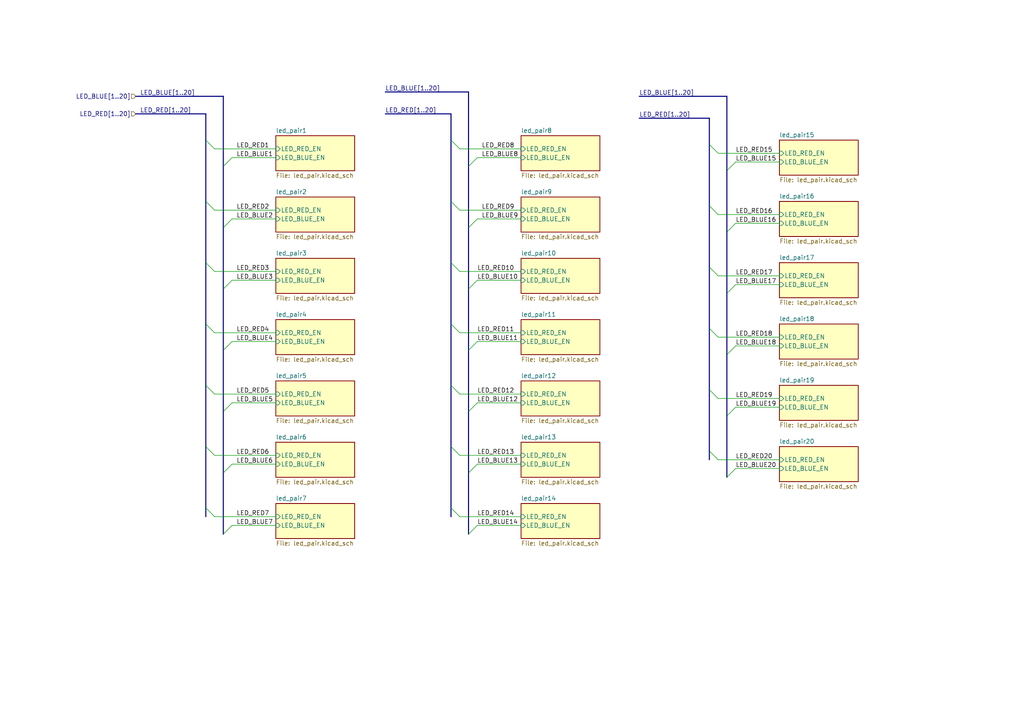
<source format=kicad_sch>
(kicad_sch
	(version 20250114)
	(generator "eeschema")
	(generator_version "9.0")
	(uuid "5a893554-1e4b-40ad-abd1-44dcb35662fe")
	(paper "A4")
	(title_block
		(title "Control Unit Tester")
		(date "2025-10-21")
		(rev "2")
		(comment 1 "LED Indicators")
	)
	(lib_symbols)
	(bus_entry
		(at 64.77 101.6)
		(size 2.54 -2.54)
		(stroke
			(width 0)
			(type default)
		)
		(uuid "0b617a7a-521e-4496-8599-3e56760968e7")
	)
	(bus_entry
		(at 135.89 154.94)
		(size 2.54 -2.54)
		(stroke
			(width 0)
			(type default)
		)
		(uuid "11a8e33f-6cf7-4c63-a832-5cb9e7fb2688")
	)
	(bus_entry
		(at 64.77 66.04)
		(size 2.54 -2.54)
		(stroke
			(width 0)
			(type default)
		)
		(uuid "11b99cf6-5708-4f96-9608-c90edc3b9824")
	)
	(bus_entry
		(at 135.89 101.6)
		(size 2.54 -2.54)
		(stroke
			(width 0)
			(type default)
		)
		(uuid "1cb704cb-0198-4543-bf86-6c292854de06")
	)
	(bus_entry
		(at 210.82 49.53)
		(size 2.54 -2.54)
		(stroke
			(width 0)
			(type default)
		)
		(uuid "3461d420-6892-4de8-8482-ded754bc7ecb")
	)
	(bus_entry
		(at 59.69 129.54)
		(size 2.54 2.54)
		(stroke
			(width 0)
			(type default)
		)
		(uuid "352bd4e8-c7ca-404e-bdbe-195f8261d69f")
	)
	(bus_entry
		(at 135.89 137.16)
		(size 2.54 -2.54)
		(stroke
			(width 0)
			(type default)
		)
		(uuid "4a55fb68-eddc-40b2-af56-8c1122e1a7fb")
	)
	(bus_entry
		(at 130.81 58.42)
		(size 2.54 2.54)
		(stroke
			(width 0)
			(type default)
		)
		(uuid "4a8b2cd9-5201-47ce-8ca2-bbda50ab7c64")
	)
	(bus_entry
		(at 135.89 83.82)
		(size 2.54 -2.54)
		(stroke
			(width 0)
			(type default)
		)
		(uuid "4cb662ab-3c14-49b3-8d0a-34f0f1826d88")
	)
	(bus_entry
		(at 59.69 93.98)
		(size 2.54 2.54)
		(stroke
			(width 0)
			(type default)
		)
		(uuid "4eeeae56-0d89-4ad3-b90f-8b3113f680e8")
	)
	(bus_entry
		(at 210.82 102.87)
		(size 2.54 -2.54)
		(stroke
			(width 0)
			(type default)
		)
		(uuid "55c8d755-3823-43a0-8389-b308f3c0dad2")
	)
	(bus_entry
		(at 130.81 129.54)
		(size 2.54 2.54)
		(stroke
			(width 0)
			(type default)
		)
		(uuid "59a9b6f1-ce0e-481b-ab23-975f889e4c39")
	)
	(bus_entry
		(at 205.74 41.91)
		(size 2.54 2.54)
		(stroke
			(width 0)
			(type default)
		)
		(uuid "59bae1ab-aebc-421d-ad40-109df26ad329")
	)
	(bus_entry
		(at 210.82 67.31)
		(size 2.54 -2.54)
		(stroke
			(width 0)
			(type default)
		)
		(uuid "5f362850-12d3-4956-bde2-8e0864ce0701")
	)
	(bus_entry
		(at 59.69 111.76)
		(size 2.54 2.54)
		(stroke
			(width 0)
			(type default)
		)
		(uuid "68643ee6-275a-41e5-9146-2bee68f0afb4")
	)
	(bus_entry
		(at 205.74 95.25)
		(size 2.54 2.54)
		(stroke
			(width 0)
			(type default)
		)
		(uuid "69be6d6c-ec70-4999-ae7d-5a465ecbd67c")
	)
	(bus_entry
		(at 205.74 59.69)
		(size 2.54 2.54)
		(stroke
			(width 0)
			(type default)
		)
		(uuid "886ed8be-15d0-473f-b36d-ec76624519fb")
	)
	(bus_entry
		(at 130.81 93.98)
		(size 2.54 2.54)
		(stroke
			(width 0)
			(type default)
		)
		(uuid "9234e43f-a847-449f-88e7-82ba8d3e1fcb")
	)
	(bus_entry
		(at 210.82 138.43)
		(size 2.54 -2.54)
		(stroke
			(width 0)
			(type default)
		)
		(uuid "9b680e4a-53d5-49a9-838a-48e843680c88")
	)
	(bus_entry
		(at 64.77 154.94)
		(size 2.54 -2.54)
		(stroke
			(width 0)
			(type default)
		)
		(uuid "a306d30e-95dd-4855-91af-a2dc75511468")
	)
	(bus_entry
		(at 64.77 48.26)
		(size 2.54 -2.54)
		(stroke
			(width 0)
			(type default)
		)
		(uuid "ac114c5d-ae24-4118-b992-3b7619304337")
	)
	(bus_entry
		(at 135.89 48.26)
		(size 2.54 -2.54)
		(stroke
			(width 0)
			(type default)
		)
		(uuid "aea9086a-63b3-47a0-9743-94692ec878c6")
	)
	(bus_entry
		(at 130.81 111.76)
		(size 2.54 2.54)
		(stroke
			(width 0)
			(type default)
		)
		(uuid "b4b666a0-f58d-4a96-9ef9-702a178a8fae")
	)
	(bus_entry
		(at 59.69 58.42)
		(size 2.54 2.54)
		(stroke
			(width 0)
			(type default)
		)
		(uuid "b6595945-4959-4b8b-abec-3e16951de2d7")
	)
	(bus_entry
		(at 135.89 119.38)
		(size 2.54 -2.54)
		(stroke
			(width 0)
			(type default)
		)
		(uuid "bcf16f4c-0ff5-4b25-a2dc-42c793916e67")
	)
	(bus_entry
		(at 64.77 137.16)
		(size 2.54 -2.54)
		(stroke
			(width 0)
			(type default)
		)
		(uuid "bd5f20a5-c248-4a3b-892f-0e1d6edd59df")
	)
	(bus_entry
		(at 210.82 85.09)
		(size 2.54 -2.54)
		(stroke
			(width 0)
			(type default)
		)
		(uuid "c43e44c4-ee3a-43a4-8b4d-1af5829bd1f8")
	)
	(bus_entry
		(at 64.77 83.82)
		(size 2.54 -2.54)
		(stroke
			(width 0)
			(type default)
		)
		(uuid "c6244a28-89dd-4a94-b8b4-cd8f032a1829")
	)
	(bus_entry
		(at 210.82 120.65)
		(size 2.54 -2.54)
		(stroke
			(width 0)
			(type default)
		)
		(uuid "c85056d5-1696-41d3-8b13-5ff3f89de750")
	)
	(bus_entry
		(at 130.81 147.32)
		(size 2.54 2.54)
		(stroke
			(width 0)
			(type default)
		)
		(uuid "d17eb15c-3c21-47cf-8d8d-044eb3cd07a9")
	)
	(bus_entry
		(at 205.74 113.03)
		(size 2.54 2.54)
		(stroke
			(width 0)
			(type default)
		)
		(uuid "d6c99c38-f85b-4afc-a09f-64582610a85b")
	)
	(bus_entry
		(at 205.74 130.81)
		(size 2.54 2.54)
		(stroke
			(width 0)
			(type default)
		)
		(uuid "dc871310-62a4-43c6-9db9-f32af6efd183")
	)
	(bus_entry
		(at 130.81 40.64)
		(size 2.54 2.54)
		(stroke
			(width 0)
			(type default)
		)
		(uuid "e0d45f55-c4f5-4a6a-87a6-77e048d0aab8")
	)
	(bus_entry
		(at 205.74 77.47)
		(size 2.54 2.54)
		(stroke
			(width 0)
			(type default)
		)
		(uuid "e5dcda7f-c2ae-452e-86db-5afa28b2e1f1")
	)
	(bus_entry
		(at 59.69 76.2)
		(size 2.54 2.54)
		(stroke
			(width 0)
			(type default)
		)
		(uuid "edebf8a6-5c16-4f25-997d-24c69bd83331")
	)
	(bus_entry
		(at 59.69 40.64)
		(size 2.54 2.54)
		(stroke
			(width 0)
			(type default)
		)
		(uuid "f1c4a740-2fb6-4a5b-a9cc-c481ba850a30")
	)
	(bus_entry
		(at 59.69 147.32)
		(size 2.54 2.54)
		(stroke
			(width 0)
			(type default)
		)
		(uuid "f6dc5252-bfba-46eb-9cbd-23b55c3828e0")
	)
	(bus_entry
		(at 130.81 76.2)
		(size 2.54 2.54)
		(stroke
			(width 0)
			(type default)
		)
		(uuid "f77ceb4d-1dbe-4693-9d35-f711f4ec2971")
	)
	(bus_entry
		(at 135.89 66.04)
		(size 2.54 -2.54)
		(stroke
			(width 0)
			(type default)
		)
		(uuid "f9300412-15fe-4714-845a-d5ac94a02ce5")
	)
	(bus_entry
		(at 64.77 119.38)
		(size 2.54 -2.54)
		(stroke
			(width 0)
			(type default)
		)
		(uuid "ffd8fb69-d27e-4e46-a786-8c68521810e2")
	)
	(bus
		(pts
			(xy 59.69 58.42) (xy 59.69 76.2)
		)
		(stroke
			(width 0)
			(type default)
		)
		(uuid "01851b91-5291-4142-8cc5-bc27bda67679")
	)
	(bus
		(pts
			(xy 205.74 133.35) (xy 205.74 130.81)
		)
		(stroke
			(width 0)
			(type default)
		)
		(uuid "02bc91f4-0969-4c8e-bcf8-623c6227d277")
	)
	(wire
		(pts
			(xy 138.43 81.28) (xy 151.13 81.28)
		)
		(stroke
			(width 0)
			(type default)
		)
		(uuid "04c31a38-91e3-41c9-9c2d-e7285a362025")
	)
	(wire
		(pts
			(xy 138.43 45.72) (xy 151.13 45.72)
		)
		(stroke
			(width 0)
			(type default)
		)
		(uuid "0527618c-79c0-4570-82f1-86b3e8b3c4ce")
	)
	(bus
		(pts
			(xy 130.81 40.64) (xy 130.81 33.02)
		)
		(stroke
			(width 0)
			(type default)
		)
		(uuid "056e70f5-cd5f-40c0-aa6c-5cfdde708149")
	)
	(bus
		(pts
			(xy 64.77 48.26) (xy 64.77 66.04)
		)
		(stroke
			(width 0)
			(type default)
		)
		(uuid "08e5096c-677b-45f6-b8d9-4bc96b9a0e55")
	)
	(bus
		(pts
			(xy 64.77 119.38) (xy 64.77 137.16)
		)
		(stroke
			(width 0)
			(type default)
		)
		(uuid "08f99a92-586a-4145-a899-f677f4be4338")
	)
	(bus
		(pts
			(xy 130.81 58.42) (xy 130.81 76.2)
		)
		(stroke
			(width 0)
			(type default)
		)
		(uuid "0e76fe27-416c-43b0-b745-dcdc59b852a5")
	)
	(wire
		(pts
			(xy 67.31 99.06) (xy 80.01 99.06)
		)
		(stroke
			(width 0)
			(type default)
		)
		(uuid "13949bff-f79b-4f9f-be10-58131633dda2")
	)
	(wire
		(pts
			(xy 213.36 82.55) (xy 226.06 82.55)
		)
		(stroke
			(width 0)
			(type default)
		)
		(uuid "1ae2ca5a-7a5d-4205-a288-a4578b446c17")
	)
	(wire
		(pts
			(xy 133.35 114.3) (xy 151.13 114.3)
		)
		(stroke
			(width 0)
			(type default)
		)
		(uuid "1d134edf-1942-46a2-bb0b-1797d6372919")
	)
	(bus
		(pts
			(xy 59.69 76.2) (xy 59.69 93.98)
		)
		(stroke
			(width 0)
			(type default)
		)
		(uuid "1e3922bf-0b54-4be0-9e7e-96893d1b52bd")
	)
	(bus
		(pts
			(xy 130.81 93.98) (xy 130.81 111.76)
		)
		(stroke
			(width 0)
			(type default)
		)
		(uuid "1fad0be4-f3f8-449b-bd52-b38ed6f89680")
	)
	(wire
		(pts
			(xy 208.28 115.57) (xy 226.06 115.57)
		)
		(stroke
			(width 0)
			(type default)
		)
		(uuid "22142a08-b06e-4f60-bf4e-4eb7dbb7436a")
	)
	(wire
		(pts
			(xy 138.43 134.62) (xy 151.13 134.62)
		)
		(stroke
			(width 0)
			(type default)
		)
		(uuid "22f7929e-a51d-4559-acec-ec6896adb72a")
	)
	(wire
		(pts
			(xy 133.35 78.74) (xy 151.13 78.74)
		)
		(stroke
			(width 0)
			(type default)
		)
		(uuid "23f9c45f-119a-4910-9c69-db73be30692c")
	)
	(bus
		(pts
			(xy 210.82 49.53) (xy 210.82 27.94)
		)
		(stroke
			(width 0)
			(type default)
		)
		(uuid "26364f6c-accd-4041-9a68-6391e3780232")
	)
	(bus
		(pts
			(xy 130.81 149.86) (xy 130.81 147.32)
		)
		(stroke
			(width 0)
			(type default)
		)
		(uuid "26743fe6-646e-4f31-b14e-20116b98bbd1")
	)
	(wire
		(pts
			(xy 213.36 135.89) (xy 226.06 135.89)
		)
		(stroke
			(width 0)
			(type default)
		)
		(uuid "274ddc85-f16c-421b-9774-77afade58eae")
	)
	(bus
		(pts
			(xy 59.69 111.76) (xy 59.69 129.54)
		)
		(stroke
			(width 0)
			(type default)
		)
		(uuid "2b57ca6d-420b-4091-b36c-c9605ebe9b30")
	)
	(bus
		(pts
			(xy 205.74 113.03) (xy 205.74 130.81)
		)
		(stroke
			(width 0)
			(type default)
		)
		(uuid "2d9bfeee-126f-44a2-bf3e-b7268e363de0")
	)
	(wire
		(pts
			(xy 67.31 63.5) (xy 80.01 63.5)
		)
		(stroke
			(width 0)
			(type default)
		)
		(uuid "322ab006-9581-4d4a-8a80-58386faa73e7")
	)
	(wire
		(pts
			(xy 67.31 81.28) (xy 80.01 81.28)
		)
		(stroke
			(width 0)
			(type default)
		)
		(uuid "33eea0cd-4b49-45e4-91aa-fa3727a4e633")
	)
	(wire
		(pts
			(xy 133.35 132.08) (xy 151.13 132.08)
		)
		(stroke
			(width 0)
			(type default)
		)
		(uuid "34fdd1c1-83f7-4c8d-8a3e-879e472d33d8")
	)
	(wire
		(pts
			(xy 62.23 149.86) (xy 80.01 149.86)
		)
		(stroke
			(width 0)
			(type default)
		)
		(uuid "35ba1113-f975-4c0c-bc17-154b23dce0d7")
	)
	(wire
		(pts
			(xy 208.28 133.35) (xy 226.06 133.35)
		)
		(stroke
			(width 0)
			(type default)
		)
		(uuid "35fa1e8b-a95f-4672-a062-efc50a1256ae")
	)
	(bus
		(pts
			(xy 210.82 102.87) (xy 210.82 85.09)
		)
		(stroke
			(width 0)
			(type default)
		)
		(uuid "3755e655-114d-4385-aa8b-2689b55c1297")
	)
	(wire
		(pts
			(xy 213.36 46.99) (xy 226.06 46.99)
		)
		(stroke
			(width 0)
			(type default)
		)
		(uuid "3ab1d471-5428-4d28-a4ec-805d85c71017")
	)
	(wire
		(pts
			(xy 138.43 152.4) (xy 151.13 152.4)
		)
		(stroke
			(width 0)
			(type default)
		)
		(uuid "44df11cd-cbdc-4406-ba18-30b08c872e54")
	)
	(wire
		(pts
			(xy 208.28 97.79) (xy 226.06 97.79)
		)
		(stroke
			(width 0)
			(type default)
		)
		(uuid "4866550f-3b74-4b32-a6e5-81b1184c9e96")
	)
	(bus
		(pts
			(xy 64.77 101.6) (xy 64.77 119.38)
		)
		(stroke
			(width 0)
			(type default)
		)
		(uuid "49cb98c3-a405-422c-80c4-4e500d78895c")
	)
	(wire
		(pts
			(xy 213.36 118.11) (xy 226.06 118.11)
		)
		(stroke
			(width 0)
			(type default)
		)
		(uuid "4ef4482d-54da-4162-b90e-116617e0a0de")
	)
	(wire
		(pts
			(xy 62.23 78.74) (xy 80.01 78.74)
		)
		(stroke
			(width 0)
			(type default)
		)
		(uuid "51cb9f5b-38cb-4976-ac53-d722f13d7037")
	)
	(bus
		(pts
			(xy 111.76 33.02) (xy 130.81 33.02)
		)
		(stroke
			(width 0)
			(type default)
		)
		(uuid "527240e6-aeb6-4a93-9972-93827013c717")
	)
	(bus
		(pts
			(xy 64.77 137.16) (xy 64.77 154.94)
		)
		(stroke
			(width 0)
			(type default)
		)
		(uuid "571e0c7c-342a-456d-b46c-e4be9c259756")
	)
	(wire
		(pts
			(xy 208.28 44.45) (xy 226.06 44.45)
		)
		(stroke
			(width 0)
			(type default)
		)
		(uuid "588002c9-bf4b-4495-a2cc-e39c279a9527")
	)
	(wire
		(pts
			(xy 67.31 152.4) (xy 80.01 152.4)
		)
		(stroke
			(width 0)
			(type default)
		)
		(uuid "5961595a-5bf1-43fa-a274-4d0e35c53735")
	)
	(bus
		(pts
			(xy 205.74 41.91) (xy 205.74 34.29)
		)
		(stroke
			(width 0)
			(type default)
		)
		(uuid "5a2582bb-19c1-4358-a11e-8621152872c0")
	)
	(bus
		(pts
			(xy 59.69 147.32) (xy 59.69 149.86)
		)
		(stroke
			(width 0)
			(type default)
		)
		(uuid "5f8f9485-49f0-4305-a172-6ad2eb95655e")
	)
	(bus
		(pts
			(xy 39.37 33.02) (xy 59.69 33.02)
		)
		(stroke
			(width 0)
			(type default)
		)
		(uuid "65b4b8b4-1b50-491d-a7cc-ce3a7ba4cdb9")
	)
	(bus
		(pts
			(xy 59.69 93.98) (xy 59.69 111.76)
		)
		(stroke
			(width 0)
			(type default)
		)
		(uuid "68494e79-158a-431d-b2f0-ef69cfa8e420")
	)
	(wire
		(pts
			(xy 67.31 116.84) (xy 80.01 116.84)
		)
		(stroke
			(width 0)
			(type default)
		)
		(uuid "698231be-e73c-4af2-9ed5-1f938ea08652")
	)
	(bus
		(pts
			(xy 130.81 76.2) (xy 130.81 93.98)
		)
		(stroke
			(width 0)
			(type default)
		)
		(uuid "6b6356b7-e0e8-4296-8cef-ddea5a51b407")
	)
	(bus
		(pts
			(xy 185.42 34.29) (xy 205.74 34.29)
		)
		(stroke
			(width 0)
			(type default)
		)
		(uuid "6cf26223-78db-4354-89e8-1e06d54370c7")
	)
	(bus
		(pts
			(xy 135.89 154.94) (xy 135.89 137.16)
		)
		(stroke
			(width 0)
			(type default)
		)
		(uuid "6f3b45a0-578c-4f0b-9bae-d5d428b7581f")
	)
	(wire
		(pts
			(xy 62.23 60.96) (xy 80.01 60.96)
		)
		(stroke
			(width 0)
			(type default)
		)
		(uuid "72ec67fb-2eeb-49b8-8eda-e6e01d4f18be")
	)
	(wire
		(pts
			(xy 138.43 99.06) (xy 151.13 99.06)
		)
		(stroke
			(width 0)
			(type default)
		)
		(uuid "76fc5543-7b43-4ac3-aecd-db29f39a915d")
	)
	(bus
		(pts
			(xy 59.69 40.64) (xy 59.69 58.42)
		)
		(stroke
			(width 0)
			(type default)
		)
		(uuid "798504c2-59d5-4c85-961b-a8a452c6a486")
	)
	(wire
		(pts
			(xy 213.36 100.33) (xy 226.06 100.33)
		)
		(stroke
			(width 0)
			(type default)
		)
		(uuid "808e47fc-ed53-4e10-9fde-626bb50a047f")
	)
	(wire
		(pts
			(xy 138.43 63.5) (xy 151.13 63.5)
		)
		(stroke
			(width 0)
			(type default)
		)
		(uuid "80bb3a9f-42f0-43e8-9c13-6efb37d0c05d")
	)
	(bus
		(pts
			(xy 205.74 59.69) (xy 205.74 77.47)
		)
		(stroke
			(width 0)
			(type default)
		)
		(uuid "82afdd31-baac-44c8-bc58-3e871abe6da3")
	)
	(bus
		(pts
			(xy 135.89 101.6) (xy 135.89 83.82)
		)
		(stroke
			(width 0)
			(type default)
		)
		(uuid "83483a4d-4ca5-45ca-b216-a2ac1d8603a9")
	)
	(bus
		(pts
			(xy 130.81 111.76) (xy 130.81 129.54)
		)
		(stroke
			(width 0)
			(type default)
		)
		(uuid "837a1206-8b35-48ab-bbdf-3f1d741eb695")
	)
	(wire
		(pts
			(xy 67.31 134.62) (xy 80.01 134.62)
		)
		(stroke
			(width 0)
			(type default)
		)
		(uuid "865551c5-ae5f-4a4d-9e1f-e4e32cafc75a")
	)
	(wire
		(pts
			(xy 62.23 132.08) (xy 80.01 132.08)
		)
		(stroke
			(width 0)
			(type default)
		)
		(uuid "88108cd6-1d90-47e6-8ffb-184ca852a29b")
	)
	(bus
		(pts
			(xy 210.82 85.09) (xy 210.82 67.31)
		)
		(stroke
			(width 0)
			(type default)
		)
		(uuid "89bdfa6e-acaa-41cd-9d0e-db370115357a")
	)
	(bus
		(pts
			(xy 135.89 48.26) (xy 135.89 26.67)
		)
		(stroke
			(width 0)
			(type default)
		)
		(uuid "8cace6b3-06b5-46de-b05f-1b8844568155")
	)
	(wire
		(pts
			(xy 67.31 45.72) (xy 80.01 45.72)
		)
		(stroke
			(width 0)
			(type default)
		)
		(uuid "94af4d6d-7751-4a88-898c-fa4a18a840f2")
	)
	(bus
		(pts
			(xy 64.77 83.82) (xy 64.77 101.6)
		)
		(stroke
			(width 0)
			(type default)
		)
		(uuid "95db22b1-2f53-4894-aff7-12e7695c4b3d")
	)
	(bus
		(pts
			(xy 64.77 27.94) (xy 64.77 48.26)
		)
		(stroke
			(width 0)
			(type default)
		)
		(uuid "a3288d02-9d15-4a36-9085-4bed7aff9ffb")
	)
	(bus
		(pts
			(xy 130.81 129.54) (xy 130.81 147.32)
		)
		(stroke
			(width 0)
			(type default)
		)
		(uuid "a35b935b-315a-467b-8b33-93d4ee43afa5")
	)
	(bus
		(pts
			(xy 205.74 77.47) (xy 205.74 95.25)
		)
		(stroke
			(width 0)
			(type default)
		)
		(uuid "a55b1148-4156-4864-ae25-1081250e1da2")
	)
	(bus
		(pts
			(xy 205.74 95.25) (xy 205.74 113.03)
		)
		(stroke
			(width 0)
			(type default)
		)
		(uuid "abfb4720-288a-414a-a845-adc2df5566fa")
	)
	(bus
		(pts
			(xy 205.74 41.91) (xy 205.74 59.69)
		)
		(stroke
			(width 0)
			(type default)
		)
		(uuid "ad5a4536-b990-4486-aa5c-4c7d71987f8e")
	)
	(wire
		(pts
			(xy 133.35 96.52) (xy 151.13 96.52)
		)
		(stroke
			(width 0)
			(type default)
		)
		(uuid "b0c38cea-1277-4758-b7ff-59663d2ba76a")
	)
	(bus
		(pts
			(xy 39.37 27.94) (xy 64.77 27.94)
		)
		(stroke
			(width 0)
			(type default)
		)
		(uuid "b10b7d43-add2-42cc-ae0e-1bd9d227e277")
	)
	(wire
		(pts
			(xy 213.36 64.77) (xy 226.06 64.77)
		)
		(stroke
			(width 0)
			(type default)
		)
		(uuid "b17bb57a-16ef-470e-8103-e3c1573548b2")
	)
	(wire
		(pts
			(xy 133.35 60.96) (xy 151.13 60.96)
		)
		(stroke
			(width 0)
			(type default)
		)
		(uuid "bc569931-f446-4a73-a712-8db058653376")
	)
	(bus
		(pts
			(xy 59.69 40.64) (xy 59.69 33.02)
		)
		(stroke
			(width 0)
			(type default)
		)
		(uuid "c07daf3e-2405-4d4e-9d06-e30e9dabf230")
	)
	(bus
		(pts
			(xy 185.42 27.94) (xy 210.82 27.94)
		)
		(stroke
			(width 0)
			(type default)
		)
		(uuid "c30e9f62-7480-494a-982c-9cfdd12d0b51")
	)
	(bus
		(pts
			(xy 210.82 120.65) (xy 210.82 102.87)
		)
		(stroke
			(width 0)
			(type default)
		)
		(uuid "c367332f-2c5e-4580-8a3e-ece9d8b5c52a")
	)
	(bus
		(pts
			(xy 135.89 137.16) (xy 135.89 119.38)
		)
		(stroke
			(width 0)
			(type default)
		)
		(uuid "c88136b6-f420-4e9d-8022-8e1a585c94de")
	)
	(bus
		(pts
			(xy 111.76 26.67) (xy 135.89 26.67)
		)
		(stroke
			(width 0)
			(type default)
		)
		(uuid "cac1038f-2196-4e48-be25-f96a360ffdca")
	)
	(bus
		(pts
			(xy 135.89 119.38) (xy 135.89 101.6)
		)
		(stroke
			(width 0)
			(type default)
		)
		(uuid "d4e7258b-b3cc-4068-a343-d93dd5417f48")
	)
	(bus
		(pts
			(xy 210.82 138.43) (xy 210.82 120.65)
		)
		(stroke
			(width 0)
			(type default)
		)
		(uuid "d71ec92a-44b8-47d0-9cea-0b9ff527eda7")
	)
	(wire
		(pts
			(xy 62.23 114.3) (xy 80.01 114.3)
		)
		(stroke
			(width 0)
			(type default)
		)
		(uuid "d8916957-817f-405d-a487-38807a6e63cc")
	)
	(wire
		(pts
			(xy 62.23 43.18) (xy 80.01 43.18)
		)
		(stroke
			(width 0)
			(type default)
		)
		(uuid "daa7e4c1-d8c8-410e-867f-5da4cc5cf85f")
	)
	(wire
		(pts
			(xy 208.28 62.23) (xy 226.06 62.23)
		)
		(stroke
			(width 0)
			(type default)
		)
		(uuid "dbec8583-a3f7-4941-8659-ba0e531d0847")
	)
	(bus
		(pts
			(xy 210.82 67.31) (xy 210.82 49.53)
		)
		(stroke
			(width 0)
			(type default)
		)
		(uuid "deb58329-fd95-45c4-910b-870d9bca8519")
	)
	(wire
		(pts
			(xy 208.28 80.01) (xy 226.06 80.01)
		)
		(stroke
			(width 0)
			(type default)
		)
		(uuid "e2d648c1-6431-4b90-91f7-02d768ed001e")
	)
	(bus
		(pts
			(xy 135.89 66.04) (xy 135.89 48.26)
		)
		(stroke
			(width 0)
			(type default)
		)
		(uuid "e327e62a-8dee-47f8-a77a-c46203ec7ca8")
	)
	(bus
		(pts
			(xy 130.81 40.64) (xy 130.81 58.42)
		)
		(stroke
			(width 0)
			(type default)
		)
		(uuid "e4591afd-0456-4297-9233-d8a5bd91534d")
	)
	(bus
		(pts
			(xy 59.69 129.54) (xy 59.69 147.32)
		)
		(stroke
			(width 0)
			(type default)
		)
		(uuid "ee21fd0a-7b2d-4b72-90cb-039054898e33")
	)
	(bus
		(pts
			(xy 135.89 83.82) (xy 135.89 66.04)
		)
		(stroke
			(width 0)
			(type default)
		)
		(uuid "f59040c5-f148-4ad1-90ac-5ff1185b5063")
	)
	(wire
		(pts
			(xy 133.35 43.18) (xy 151.13 43.18)
		)
		(stroke
			(width 0)
			(type default)
		)
		(uuid "f5d3b79b-c1ef-4af7-95d8-527346146e34")
	)
	(wire
		(pts
			(xy 62.23 96.52) (xy 80.01 96.52)
		)
		(stroke
			(width 0)
			(type default)
		)
		(uuid "f92aeaf5-a007-4e40-914d-78892ed8863f")
	)
	(wire
		(pts
			(xy 133.35 149.86) (xy 151.13 149.86)
		)
		(stroke
			(width 0)
			(type default)
		)
		(uuid "fadce99a-1f2b-4afe-85a5-a24923613645")
	)
	(bus
		(pts
			(xy 64.77 66.04) (xy 64.77 83.82)
		)
		(stroke
			(width 0)
			(type default)
		)
		(uuid "fb64c0c0-9614-4d16-aebe-396a5941b7a6")
	)
	(wire
		(pts
			(xy 138.43 116.84) (xy 151.13 116.84)
		)
		(stroke
			(width 0)
			(type default)
		)
		(uuid "fcf0bbce-e7d4-4679-beac-61106225afb0")
	)
	(label "LED_BLUE18"
		(at 213.36 100.33 0)
		(effects
			(font
				(size 1.27 1.27)
			)
			(justify left bottom)
		)
		(uuid "01433713-31c2-46b3-a639-006b7b2650ed")
	)
	(label "LED_RED18"
		(at 213.36 97.79 0)
		(effects
			(font
				(size 1.27 1.27)
			)
			(justify left bottom)
		)
		(uuid "04298cd7-61d0-4579-be68-3825fb5e3a33")
	)
	(label "LED_BLUE12"
		(at 138.43 116.84 0)
		(effects
			(font
				(size 1.27 1.27)
			)
			(justify left bottom)
		)
		(uuid "08936472-0cdd-42e6-8fd5-1c28936801a1")
	)
	(label "LED_RED2"
		(at 68.58 60.96 0)
		(effects
			(font
				(size 1.27 1.27)
			)
			(justify left bottom)
		)
		(uuid "0965703c-1cc3-4e01-a8e5-561a0460dd15")
	)
	(label "LED_BLUE5"
		(at 68.58 116.84 0)
		(effects
			(font
				(size 1.27 1.27)
			)
			(justify left bottom)
		)
		(uuid "0ad21651-ef32-4730-bec0-e3e72d1e7b51")
	)
	(label "LED_BLUE14"
		(at 138.43 152.4 0)
		(effects
			(font
				(size 1.27 1.27)
			)
			(justify left bottom)
		)
		(uuid "10154407-9b5f-47d4-9db0-948b392a2f6a")
	)
	(label "LED_BLUE1"
		(at 68.58 45.72 0)
		(effects
			(font
				(size 1.27 1.27)
			)
			(justify left bottom)
		)
		(uuid "31b3ea2e-84e5-4a34-852b-fd6d8ab64503")
	)
	(label "LED_RED5"
		(at 68.58 114.3 0)
		(effects
			(font
				(size 1.27 1.27)
			)
			(justify left bottom)
		)
		(uuid "32a5350b-cffd-4059-b13e-998a32ef5122")
	)
	(label "LED_RED11"
		(at 138.43 96.52 0)
		(effects
			(font
				(size 1.27 1.27)
			)
			(justify left bottom)
		)
		(uuid "3df5ec49-51e4-4d19-979d-2891eab694bb")
	)
	(label "LED_RED15"
		(at 213.36 44.45 0)
		(effects
			(font
				(size 1.27 1.27)
			)
			(justify left bottom)
		)
		(uuid "3f1317dd-e866-4a32-9494-933f157ddc86")
	)
	(label "LED_BLUE15"
		(at 213.36 46.99 0)
		(effects
			(font
				(size 1.27 1.27)
			)
			(justify left bottom)
		)
		(uuid "44cb6838-f898-4417-b86b-de3ed6010829")
	)
	(label "LED_BLUE10"
		(at 138.43 81.28 0)
		(effects
			(font
				(size 1.27 1.27)
			)
			(justify left bottom)
		)
		(uuid "4b5da153-4576-4df9-a7c5-1842fed14360")
	)
	(label "LED_BLUE20"
		(at 213.36 135.89 0)
		(effects
			(font
				(size 1.27 1.27)
			)
			(justify left bottom)
		)
		(uuid "4d253865-8ab2-48fc-89c7-bd6cd39c1a7e")
	)
	(label "LED_RED4"
		(at 68.58 96.52 0)
		(effects
			(font
				(size 1.27 1.27)
			)
			(justify left bottom)
		)
		(uuid "4ea2e9cc-9340-46cf-bd0b-5a0f21002cfd")
	)
	(label "LED_BLUE6"
		(at 68.58 134.62 0)
		(effects
			(font
				(size 1.27 1.27)
			)
			(justify left bottom)
		)
		(uuid "537de25a-bec4-4e2d-9575-a0e5091d4f07")
	)
	(label "LED_RED13"
		(at 138.43 132.08 0)
		(effects
			(font
				(size 1.27 1.27)
			)
			(justify left bottom)
		)
		(uuid "60fcd3aa-b01c-468a-923f-4681f5655e6f")
	)
	(label "LED_BLUE13"
		(at 138.43 134.62 0)
		(effects
			(font
				(size 1.27 1.27)
			)
			(justify left bottom)
		)
		(uuid "66fcad4a-e2f7-481a-bb24-890fff7f5384")
	)
	(label "LED_BLUE11"
		(at 138.43 99.06 0)
		(effects
			(font
				(size 1.27 1.27)
			)
			(justify left bottom)
		)
		(uuid "6c8757ff-3a3b-48dd-9b08-816b71b439aa")
	)
	(label "LED_RED1"
		(at 68.58 43.18 0)
		(effects
			(font
				(size 1.27 1.27)
			)
			(justify left bottom)
		)
		(uuid "6cc0c11f-5804-4f4b-a3cc-1e58b8d1f9a7")
	)
	(label "LED_RED7"
		(at 68.58 149.86 0)
		(effects
			(font
				(size 1.27 1.27)
			)
			(justify left bottom)
		)
		(uuid "74f79fdb-7a09-4eac-b095-e07d0cfadedf")
	)
	(label "LED_RED19"
		(at 213.36 115.57 0)
		(effects
			(font
				(size 1.27 1.27)
			)
			(justify left bottom)
		)
		(uuid "7ac95e32-5590-4c58-95d2-66106891d56a")
	)
	(label "LED_BLUE4"
		(at 68.58 99.06 0)
		(effects
			(font
				(size 1.27 1.27)
			)
			(justify left bottom)
		)
		(uuid "7b76943c-aab7-4659-a801-9bc4e27bed88")
	)
	(label "LED_RED[1..20]"
		(at 185.42 34.29 0)
		(effects
			(font
				(size 1.27 1.27)
			)
			(justify left bottom)
		)
		(uuid "87ac565b-7df1-4d38-b285-3a465ad9166c")
	)
	(label "LED_RED8"
		(at 139.7 43.18 0)
		(effects
			(font
				(size 1.27 1.27)
			)
			(justify left bottom)
		)
		(uuid "88c3d8c0-fd20-46ea-beaa-d6c4e5b8e676")
	)
	(label "LED_BLUE[1..20]"
		(at 111.76 26.67 0)
		(effects
			(font
				(size 1.27 1.27)
			)
			(justify left bottom)
		)
		(uuid "8a19d3b5-7b0c-44cd-a73f-b80d6e89a012")
	)
	(label "LED_BLUE2"
		(at 68.58 63.5 0)
		(effects
			(font
				(size 1.27 1.27)
			)
			(justify left bottom)
		)
		(uuid "8a4d1268-a87d-4703-bb7c-924e89a35b0c")
	)
	(label "LED_RED[1..20]"
		(at 111.76 33.02 0)
		(effects
			(font
				(size 1.27 1.27)
			)
			(justify left bottom)
		)
		(uuid "8bfbda7e-68f0-4ee6-bd0e-65e83190cea2")
	)
	(label "LED_RED[1..20]"
		(at 40.64 33.02 0)
		(effects
			(font
				(size 1.27 1.27)
			)
			(justify left bottom)
		)
		(uuid "9ab83519-af8e-4730-8359-1b3ad6ade94b")
	)
	(label "LED_BLUE[1..20]"
		(at 185.42 27.94 0)
		(effects
			(font
				(size 1.27 1.27)
			)
			(justify left bottom)
		)
		(uuid "a193889a-2d0e-4904-babe-2ecfbe682201")
	)
	(label "LED_RED14"
		(at 138.43 149.86 0)
		(effects
			(font
				(size 1.27 1.27)
			)
			(justify left bottom)
		)
		(uuid "a1ecc2ea-f835-410e-85cf-1381ba26574f")
	)
	(label "LED_RED20"
		(at 213.36 133.35 0)
		(effects
			(font
				(size 1.27 1.27)
			)
			(justify left bottom)
		)
		(uuid "a320b213-16d5-4dc8-9190-a0897808ad9b")
	)
	(label "LED_RED6"
		(at 68.58 132.08 0)
		(effects
			(font
				(size 1.27 1.27)
			)
			(justify left bottom)
		)
		(uuid "a74d2ca8-a88f-42ef-bd7d-61fcb38a1954")
	)
	(label "LED_BLUE9"
		(at 139.7 63.5 0)
		(effects
			(font
				(size 1.27 1.27)
			)
			(justify left bottom)
		)
		(uuid "c06c8c73-b309-48cf-bc53-98a6606539b3")
	)
	(label "LED_BLUE8"
		(at 139.7 45.72 0)
		(effects
			(font
				(size 1.27 1.27)
			)
			(justify left bottom)
		)
		(uuid "c500779c-fa58-459a-a895-68b56b62f5bd")
	)
	(label "LED_BLUE7"
		(at 68.58 152.4 0)
		(effects
			(font
				(size 1.27 1.27)
			)
			(justify left bottom)
		)
		(uuid "c6eba1d6-3449-41e6-91d5-b21cc605778e")
	)
	(label "LED_BLUE[1..20]"
		(at 40.64 27.94 0)
		(effects
			(font
				(size 1.27 1.27)
			)
			(justify left bottom)
		)
		(uuid "c70684be-f0a3-4a78-862c-9df50c734093")
	)
	(label "LED_BLUE3"
		(at 68.58 81.28 0)
		(effects
			(font
				(size 1.27 1.27)
			)
			(justify left bottom)
		)
		(uuid "d192ac31-4223-4eac-9656-6c4ba1baf527")
	)
	(label "LED_RED10"
		(at 138.43 78.74 0)
		(effects
			(font
				(size 1.27 1.27)
			)
			(justify left bottom)
		)
		(uuid "d246b4d6-e82d-4858-b21b-f271f8c1df63")
	)
	(label "LED_RED17"
		(at 213.36 80.01 0)
		(effects
			(font
				(size 1.27 1.27)
			)
			(justify left bottom)
		)
		(uuid "dcbea72e-f2d1-4629-a2a5-ce2c6971ab03")
	)
	(label "LED_BLUE17"
		(at 213.36 82.55 0)
		(effects
			(font
				(size 1.27 1.27)
			)
			(justify left bottom)
		)
		(uuid "e109c848-66b6-4462-9287-3d8408115994")
	)
	(label "LED_BLUE19"
		(at 213.36 118.11 0)
		(effects
			(font
				(size 1.27 1.27)
			)
			(justify left bottom)
		)
		(uuid "e2e28a7e-3d0f-4c16-bfc6-075c7227617a")
	)
	(label "LED_RED9"
		(at 139.7 60.96 0)
		(effects
			(font
				(size 1.27 1.27)
			)
			(justify left bottom)
		)
		(uuid "e565a399-528b-400c-9f9d-c4d25502058f")
	)
	(label "LED_RED12"
		(at 138.43 114.3 0)
		(effects
			(font
				(size 1.27 1.27)
			)
			(justify left bottom)
		)
		(uuid "e64b4328-57d0-475f-affa-05030893221f")
	)
	(label "LED_BLUE16"
		(at 213.36 64.77 0)
		(effects
			(font
				(size 1.27 1.27)
			)
			(justify left bottom)
		)
		(uuid "e9628fdf-d93f-45ee-9046-8becdadb581e")
	)
	(label "LED_RED3"
		(at 68.58 78.74 0)
		(effects
			(font
				(size 1.27 1.27)
			)
			(justify left bottom)
		)
		(uuid "f6c19384-f83b-4499-b9a3-a9b5394f7674")
	)
	(label "LED_RED16"
		(at 213.36 62.23 0)
		(effects
			(font
				(size 1.27 1.27)
			)
			(justify left bottom)
		)
		(uuid "fc309c0c-ecb3-4fec-b739-f3d5d3aa7231")
	)
	(hierarchical_label "LED_BLUE[1..20]"
		(shape input)
		(at 39.37 27.94 180)
		(effects
			(font
				(size 1.27 1.27)
			)
			(justify right)
		)
		(uuid "c1dd48a7-9f6a-4ade-bc77-e90594ac9b9b")
	)
	(hierarchical_label "LED_RED[1..20]"
		(shape input)
		(at 39.37 33.02 180)
		(effects
			(font
				(size 1.27 1.27)
			)
			(justify right)
		)
		(uuid "eeca20a6-91a6-4aab-9547-e3a3ac79b5c6")
	)
	(sheet
		(at 80.01 128.27)
		(size 22.86 10.16)
		(exclude_from_sim no)
		(in_bom yes)
		(on_board yes)
		(dnp no)
		(fields_autoplaced yes)
		(stroke
			(width 0.254)
			(type solid)
		)
		(fill
			(color 255 255 194 1.0000)
		)
		(uuid "062ffb25-08bc-4cf8-bf63-3d5cec781b3e")
		(property "Sheetname" "led_pair6"
			(at 80.01 127.5076 0)
			(effects
				(font
					(size 1.27 1.27)
				)
				(justify left bottom)
			)
		)
		(property "Sheetfile" "led_pair.kicad_sch"
			(at 80.01 139.0654 0)
			(effects
				(font
					(size 1.27 1.27)
				)
				(justify left top)
			)
		)
		(pin "LED_BLUE_EN" input
			(at 80.01 134.62 180)
			(uuid "f2ead156-3173-477c-9d26-360e04023b21")
			(effects
				(font
					(size 1.27 1.27)
				)
				(justify left)
			)
		)
		(pin "LED_RED_EN" input
			(at 80.01 132.08 180)
			(uuid "e9888e88-9a1d-4f9b-86fc-ab8e765a4558")
			(effects
				(font
					(size 1.27 1.27)
				)
				(justify left)
			)
		)
		(instances
			(project "vehicle_io_validator"
				(path "/8d4af027-f9d3-46a8-9a5f-d338c6bc9261/8e36cebc-7762-4025-8c86-895b241c45c5"
					(page "31")
				)
			)
		)
	)
	(sheet
		(at 151.13 128.27)
		(size 22.86 10.16)
		(exclude_from_sim no)
		(in_bom yes)
		(on_board yes)
		(dnp no)
		(fields_autoplaced yes)
		(stroke
			(width 0.254)
			(type solid)
		)
		(fill
			(color 255 255 194 1.0000)
		)
		(uuid "1cbce6b4-49ca-4920-ade3-5a1f74f0a24f")
		(property "Sheetname" "led_pair13"
			(at 151.13 127.5076 0)
			(effects
				(font
					(size 1.27 1.27)
				)
				(justify left bottom)
			)
		)
		(property "Sheetfile" "led_pair.kicad_sch"
			(at 151.13 139.0654 0)
			(effects
				(font
					(size 1.27 1.27)
				)
				(justify left top)
			)
		)
		(pin "LED_BLUE_EN" input
			(at 151.13 134.62 180)
			(uuid "1605a346-2780-4c3a-aeaf-f2a05ddc0509")
			(effects
				(font
					(size 1.27 1.27)
				)
				(justify left)
			)
		)
		(pin "LED_RED_EN" input
			(at 151.13 132.08 180)
			(uuid "0cfb1444-b58e-4771-ac4e-d74bebfd58c2")
			(effects
				(font
					(size 1.27 1.27)
				)
				(justify left)
			)
		)
		(instances
			(project "vehicle_io_validator"
				(path "/8d4af027-f9d3-46a8-9a5f-d338c6bc9261/8e36cebc-7762-4025-8c86-895b241c45c5"
					(page "38")
				)
			)
		)
	)
	(sheet
		(at 151.13 92.71)
		(size 22.86 10.16)
		(exclude_from_sim no)
		(in_bom yes)
		(on_board yes)
		(dnp no)
		(fields_autoplaced yes)
		(stroke
			(width 0.254)
			(type solid)
		)
		(fill
			(color 255 255 194 1.0000)
		)
		(uuid "2ac12b6f-58d5-4c84-b026-c140a18501c2")
		(property "Sheetname" "led_pair11"
			(at 151.13 91.9476 0)
			(effects
				(font
					(size 1.27 1.27)
				)
				(justify left bottom)
			)
		)
		(property "Sheetfile" "led_pair.kicad_sch"
			(at 151.13 103.5054 0)
			(effects
				(font
					(size 1.27 1.27)
				)
				(justify left top)
			)
		)
		(pin "LED_BLUE_EN" input
			(at 151.13 99.06 180)
			(uuid "2a7c5946-ca82-41ca-bc78-33e50bf25f1d")
			(effects
				(font
					(size 1.27 1.27)
				)
				(justify left)
			)
		)
		(pin "LED_RED_EN" input
			(at 151.13 96.52 180)
			(uuid "d5ff6f62-4aae-4ddc-b0d1-75df259937ec")
			(effects
				(font
					(size 1.27 1.27)
				)
				(justify left)
			)
		)
		(instances
			(project "vehicle_io_validator"
				(path "/8d4af027-f9d3-46a8-9a5f-d338c6bc9261/8e36cebc-7762-4025-8c86-895b241c45c5"
					(page "36")
				)
			)
		)
	)
	(sheet
		(at 80.01 74.93)
		(size 22.86 10.16)
		(exclude_from_sim no)
		(in_bom yes)
		(on_board yes)
		(dnp no)
		(fields_autoplaced yes)
		(stroke
			(width 0.254)
			(type solid)
		)
		(fill
			(color 255 255 194 1.0000)
		)
		(uuid "327021a0-88ef-4785-b329-602c0dc2d289")
		(property "Sheetname" "led_pair3"
			(at 80.01 74.1676 0)
			(effects
				(font
					(size 1.27 1.27)
				)
				(justify left bottom)
			)
		)
		(property "Sheetfile" "led_pair.kicad_sch"
			(at 80.01 85.7254 0)
			(effects
				(font
					(size 1.27 1.27)
				)
				(justify left top)
			)
		)
		(pin "LED_BLUE_EN" input
			(at 80.01 81.28 180)
			(uuid "5e4500d7-163d-48be-9010-77612107ef46")
			(effects
				(font
					(size 1.27 1.27)
				)
				(justify left)
			)
		)
		(pin "LED_RED_EN" input
			(at 80.01 78.74 180)
			(uuid "d309ffbc-1262-4f19-a3f6-3c2c54da9761")
			(effects
				(font
					(size 1.27 1.27)
				)
				(justify left)
			)
		)
		(instances
			(project "vehicle_io_validator"
				(path "/8d4af027-f9d3-46a8-9a5f-d338c6bc9261/8e36cebc-7762-4025-8c86-895b241c45c5"
					(page "28")
				)
			)
		)
	)
	(sheet
		(at 226.06 129.54)
		(size 22.86 10.16)
		(exclude_from_sim no)
		(in_bom yes)
		(on_board yes)
		(dnp no)
		(fields_autoplaced yes)
		(stroke
			(width 0.254)
			(type solid)
		)
		(fill
			(color 255 255 194 1.0000)
		)
		(uuid "49796246-787a-4215-b646-11b4d935359e")
		(property "Sheetname" "led_pair20"
			(at 226.06 128.7776 0)
			(effects
				(font
					(size 1.27 1.27)
				)
				(justify left bottom)
			)
		)
		(property "Sheetfile" "led_pair.kicad_sch"
			(at 226.06 140.3354 0)
			(effects
				(font
					(size 1.27 1.27)
				)
				(justify left top)
			)
		)
		(pin "LED_BLUE_EN" input
			(at 226.06 135.89 180)
			(uuid "b7ecf980-7ef5-463c-86f9-6931e41703f5")
			(effects
				(font
					(size 1.27 1.27)
				)
				(justify left)
			)
		)
		(pin "LED_RED_EN" input
			(at 226.06 133.35 180)
			(uuid "dd3d9be2-e8e5-4b96-b7a8-b4788e7e444a")
			(effects
				(font
					(size 1.27 1.27)
				)
				(justify left)
			)
		)
		(instances
			(project "vehicle_io_validator"
				(path "/8d4af027-f9d3-46a8-9a5f-d338c6bc9261/8e36cebc-7762-4025-8c86-895b241c45c5"
					(page "45")
				)
			)
		)
	)
	(sheet
		(at 151.13 146.05)
		(size 22.86 10.16)
		(exclude_from_sim no)
		(in_bom yes)
		(on_board yes)
		(dnp no)
		(fields_autoplaced yes)
		(stroke
			(width 0.254)
			(type solid)
		)
		(fill
			(color 255 255 194 1.0000)
		)
		(uuid "4a0cb166-3248-4c53-ba23-0eeef700f4de")
		(property "Sheetname" "led_pair14"
			(at 151.13 145.2876 0)
			(effects
				(font
					(size 1.27 1.27)
				)
				(justify left bottom)
			)
		)
		(property "Sheetfile" "led_pair.kicad_sch"
			(at 151.13 156.8454 0)
			(effects
				(font
					(size 1.27 1.27)
				)
				(justify left top)
			)
		)
		(pin "LED_BLUE_EN" input
			(at 151.13 152.4 180)
			(uuid "372c5867-e1c4-4a92-a0f8-5506c86ecebb")
			(effects
				(font
					(size 1.27 1.27)
				)
				(justify left)
			)
		)
		(pin "LED_RED_EN" input
			(at 151.13 149.86 180)
			(uuid "b54a5c43-9605-418c-97c2-56c17f2859b6")
			(effects
				(font
					(size 1.27 1.27)
				)
				(justify left)
			)
		)
		(instances
			(project "vehicle_io_validator"
				(path "/8d4af027-f9d3-46a8-9a5f-d338c6bc9261/8e36cebc-7762-4025-8c86-895b241c45c5"
					(page "39")
				)
			)
		)
	)
	(sheet
		(at 151.13 39.37)
		(size 22.86 10.16)
		(exclude_from_sim no)
		(in_bom yes)
		(on_board yes)
		(dnp no)
		(fields_autoplaced yes)
		(stroke
			(width 0.254)
			(type solid)
		)
		(fill
			(color 255 255 194 1.0000)
		)
		(uuid "5307f4ac-beb8-4179-9d6e-975925d310d5")
		(property "Sheetname" "led_pair8"
			(at 151.13 38.6076 0)
			(effects
				(font
					(size 1.27 1.27)
				)
				(justify left bottom)
			)
		)
		(property "Sheetfile" "led_pair.kicad_sch"
			(at 151.13 50.1654 0)
			(effects
				(font
					(size 1.27 1.27)
				)
				(justify left top)
			)
		)
		(pin "LED_BLUE_EN" input
			(at 151.13 45.72 180)
			(uuid "1ed73d88-6f75-41a6-bfa6-2dd7ff99af10")
			(effects
				(font
					(size 1.27 1.27)
				)
				(justify left)
			)
		)
		(pin "LED_RED_EN" input
			(at 151.13 43.18 180)
			(uuid "ce15a3a4-7018-4203-925b-148fd3d644ed")
			(effects
				(font
					(size 1.27 1.27)
				)
				(justify left)
			)
		)
		(instances
			(project "vehicle_io_validator"
				(path "/8d4af027-f9d3-46a8-9a5f-d338c6bc9261/8e36cebc-7762-4025-8c86-895b241c45c5"
					(page "33")
				)
			)
		)
	)
	(sheet
		(at 226.06 40.64)
		(size 22.86 10.16)
		(exclude_from_sim no)
		(in_bom yes)
		(on_board yes)
		(dnp no)
		(fields_autoplaced yes)
		(stroke
			(width 0.254)
			(type solid)
		)
		(fill
			(color 255 255 194 1.0000)
		)
		(uuid "597a286d-29ea-4045-a0cf-2f73c1f4a560")
		(property "Sheetname" "led_pair15"
			(at 226.06 39.8776 0)
			(effects
				(font
					(size 1.27 1.27)
				)
				(justify left bottom)
			)
		)
		(property "Sheetfile" "led_pair.kicad_sch"
			(at 226.06 51.4354 0)
			(effects
				(font
					(size 1.27 1.27)
				)
				(justify left top)
			)
		)
		(pin "LED_BLUE_EN" input
			(at 226.06 46.99 180)
			(uuid "5fe7f97e-87e2-4d4d-a2e7-baf92c46b941")
			(effects
				(font
					(size 1.27 1.27)
				)
				(justify left)
			)
		)
		(pin "LED_RED_EN" input
			(at 226.06 44.45 180)
			(uuid "1cb48874-f0b8-4f60-adcf-0d1cdaf7ff14")
			(effects
				(font
					(size 1.27 1.27)
				)
				(justify left)
			)
		)
		(instances
			(project "vehicle_io_validator"
				(path "/8d4af027-f9d3-46a8-9a5f-d338c6bc9261/8e36cebc-7762-4025-8c86-895b241c45c5"
					(page "40")
				)
			)
		)
	)
	(sheet
		(at 226.06 76.2)
		(size 22.86 10.16)
		(exclude_from_sim no)
		(in_bom yes)
		(on_board yes)
		(dnp no)
		(fields_autoplaced yes)
		(stroke
			(width 0.254)
			(type solid)
		)
		(fill
			(color 255 255 194 1.0000)
		)
		(uuid "921c877a-ec89-47a6-9b4b-85dd651b64aa")
		(property "Sheetname" "led_pair17"
			(at 226.06 75.4376 0)
			(effects
				(font
					(size 1.27 1.27)
				)
				(justify left bottom)
			)
		)
		(property "Sheetfile" "led_pair.kicad_sch"
			(at 226.06 86.9954 0)
			(effects
				(font
					(size 1.27 1.27)
				)
				(justify left top)
			)
		)
		(pin "LED_BLUE_EN" input
			(at 226.06 82.55 180)
			(uuid "67244f3c-af47-4b13-909d-d05908dccd4e")
			(effects
				(font
					(size 1.27 1.27)
				)
				(justify left)
			)
		)
		(pin "LED_RED_EN" input
			(at 226.06 80.01 180)
			(uuid "e1369dad-9d4e-4c3d-ad90-e68ba4e5f6da")
			(effects
				(font
					(size 1.27 1.27)
				)
				(justify left)
			)
		)
		(instances
			(project "vehicle_io_validator"
				(path "/8d4af027-f9d3-46a8-9a5f-d338c6bc9261/8e36cebc-7762-4025-8c86-895b241c45c5"
					(page "42")
				)
			)
		)
	)
	(sheet
		(at 151.13 57.15)
		(size 22.86 10.16)
		(exclude_from_sim no)
		(in_bom yes)
		(on_board yes)
		(dnp no)
		(fields_autoplaced yes)
		(stroke
			(width 0.254)
			(type solid)
		)
		(fill
			(color 255 255 194 1.0000)
		)
		(uuid "94a370d1-bb06-477c-aecd-814580f9238a")
		(property "Sheetname" "led_pair9"
			(at 151.13 56.3876 0)
			(effects
				(font
					(size 1.27 1.27)
				)
				(justify left bottom)
			)
		)
		(property "Sheetfile" "led_pair.kicad_sch"
			(at 151.13 67.9454 0)
			(effects
				(font
					(size 1.27 1.27)
				)
				(justify left top)
			)
		)
		(pin "LED_BLUE_EN" input
			(at 151.13 63.5 180)
			(uuid "d0c2118f-d7de-422a-b1cf-f2bcf9bcd652")
			(effects
				(font
					(size 1.27 1.27)
				)
				(justify left)
			)
		)
		(pin "LED_RED_EN" input
			(at 151.13 60.96 180)
			(uuid "770cce9f-f8c1-42a0-8162-4d630ce7028c")
			(effects
				(font
					(size 1.27 1.27)
				)
				(justify left)
			)
		)
		(instances
			(project "vehicle_io_validator"
				(path "/8d4af027-f9d3-46a8-9a5f-d338c6bc9261/8e36cebc-7762-4025-8c86-895b241c45c5"
					(page "34")
				)
			)
		)
	)
	(sheet
		(at 80.01 92.71)
		(size 22.86 10.16)
		(exclude_from_sim no)
		(in_bom yes)
		(on_board yes)
		(dnp no)
		(fields_autoplaced yes)
		(stroke
			(width 0.254)
			(type solid)
		)
		(fill
			(color 255 255 194 1.0000)
		)
		(uuid "95bbc1fa-6259-4373-82dc-e6ac97b37460")
		(property "Sheetname" "led_pair4"
			(at 80.01 91.9476 0)
			(effects
				(font
					(size 1.27 1.27)
				)
				(justify left bottom)
			)
		)
		(property "Sheetfile" "led_pair.kicad_sch"
			(at 80.01 103.5054 0)
			(effects
				(font
					(size 1.27 1.27)
				)
				(justify left top)
			)
		)
		(pin "LED_BLUE_EN" input
			(at 80.01 99.06 180)
			(uuid "ce8f8740-1760-4b20-bf19-0ccc995bd2ed")
			(effects
				(font
					(size 1.27 1.27)
				)
				(justify left)
			)
		)
		(pin "LED_RED_EN" input
			(at 80.01 96.52 180)
			(uuid "45c34c42-48c1-44b6-9c82-507cd9114520")
			(effects
				(font
					(size 1.27 1.27)
				)
				(justify left)
			)
		)
		(instances
			(project "vehicle_io_validator"
				(path "/8d4af027-f9d3-46a8-9a5f-d338c6bc9261/8e36cebc-7762-4025-8c86-895b241c45c5"
					(page "29")
				)
			)
		)
	)
	(sheet
		(at 151.13 110.49)
		(size 22.86 10.16)
		(exclude_from_sim no)
		(in_bom yes)
		(on_board yes)
		(dnp no)
		(fields_autoplaced yes)
		(stroke
			(width 0.254)
			(type solid)
		)
		(fill
			(color 255 255 194 1.0000)
		)
		(uuid "96632e16-c523-4651-af40-d4abaceab821")
		(property "Sheetname" "led_pair12"
			(at 151.13 109.7276 0)
			(effects
				(font
					(size 1.27 1.27)
				)
				(justify left bottom)
			)
		)
		(property "Sheetfile" "led_pair.kicad_sch"
			(at 151.13 121.2854 0)
			(effects
				(font
					(size 1.27 1.27)
				)
				(justify left top)
			)
		)
		(pin "LED_BLUE_EN" input
			(at 151.13 116.84 180)
			(uuid "e16a614b-99f8-4292-ade5-8dde20cb273c")
			(effects
				(font
					(size 1.27 1.27)
				)
				(justify left)
			)
		)
		(pin "LED_RED_EN" input
			(at 151.13 114.3 180)
			(uuid "1239220f-251d-4ba8-aca3-9de33b4ea392")
			(effects
				(font
					(size 1.27 1.27)
				)
				(justify left)
			)
		)
		(instances
			(project "vehicle_io_validator"
				(path "/8d4af027-f9d3-46a8-9a5f-d338c6bc9261/8e36cebc-7762-4025-8c86-895b241c45c5"
					(page "37")
				)
			)
		)
	)
	(sheet
		(at 80.01 146.05)
		(size 22.86 10.16)
		(exclude_from_sim no)
		(in_bom yes)
		(on_board yes)
		(dnp no)
		(fields_autoplaced yes)
		(stroke
			(width 0.254)
			(type solid)
		)
		(fill
			(color 255 255 194 1.0000)
		)
		(uuid "96bc651d-e3fd-4cf7-b94e-0f40c5eace4a")
		(property "Sheetname" "led_pair7"
			(at 80.01 145.2876 0)
			(effects
				(font
					(size 1.27 1.27)
				)
				(justify left bottom)
			)
		)
		(property "Sheetfile" "led_pair.kicad_sch"
			(at 80.01 156.8454 0)
			(effects
				(font
					(size 1.27 1.27)
				)
				(justify left top)
			)
		)
		(pin "LED_BLUE_EN" input
			(at 80.01 152.4 180)
			(uuid "adda2cdd-f6e4-4dd1-9f8e-69b4a351d674")
			(effects
				(font
					(size 1.27 1.27)
				)
				(justify left)
			)
		)
		(pin "LED_RED_EN" input
			(at 80.01 149.86 180)
			(uuid "aacc8841-1721-4759-b3e8-95d871eea4bb")
			(effects
				(font
					(size 1.27 1.27)
				)
				(justify left)
			)
		)
		(instances
			(project "vehicle_io_validator"
				(path "/8d4af027-f9d3-46a8-9a5f-d338c6bc9261/8e36cebc-7762-4025-8c86-895b241c45c5"
					(page "32")
				)
			)
		)
	)
	(sheet
		(at 226.06 111.76)
		(size 22.86 10.16)
		(exclude_from_sim no)
		(in_bom yes)
		(on_board yes)
		(dnp no)
		(fields_autoplaced yes)
		(stroke
			(width 0.254)
			(type solid)
		)
		(fill
			(color 255 255 194 1.0000)
		)
		(uuid "abffb123-59fd-4558-a122-13689e9a43a7")
		(property "Sheetname" "led_pair19"
			(at 226.06 110.9976 0)
			(effects
				(font
					(size 1.27 1.27)
				)
				(justify left bottom)
			)
		)
		(property "Sheetfile" "led_pair.kicad_sch"
			(at 226.06 122.5554 0)
			(effects
				(font
					(size 1.27 1.27)
				)
				(justify left top)
			)
		)
		(pin "LED_BLUE_EN" input
			(at 226.06 118.11 180)
			(uuid "98c2bf53-0694-4053-9af5-7f9a4e526c78")
			(effects
				(font
					(size 1.27 1.27)
				)
				(justify left)
			)
		)
		(pin "LED_RED_EN" input
			(at 226.06 115.57 180)
			(uuid "99d2e256-0332-4785-ba6c-46cc632d6107")
			(effects
				(font
					(size 1.27 1.27)
				)
				(justify left)
			)
		)
		(instances
			(project "vehicle_io_validator"
				(path "/8d4af027-f9d3-46a8-9a5f-d338c6bc9261/8e36cebc-7762-4025-8c86-895b241c45c5"
					(page "44")
				)
			)
		)
	)
	(sheet
		(at 151.13 74.93)
		(size 22.86 10.16)
		(exclude_from_sim no)
		(in_bom yes)
		(on_board yes)
		(dnp no)
		(fields_autoplaced yes)
		(stroke
			(width 0.254)
			(type solid)
		)
		(fill
			(color 255 255 194 1.0000)
		)
		(uuid "b6706dea-8598-492a-af28-138aababad9a")
		(property "Sheetname" "led_pair10"
			(at 151.13 74.1676 0)
			(effects
				(font
					(size 1.27 1.27)
				)
				(justify left bottom)
			)
		)
		(property "Sheetfile" "led_pair.kicad_sch"
			(at 151.13 85.7254 0)
			(effects
				(font
					(size 1.27 1.27)
				)
				(justify left top)
			)
		)
		(pin "LED_BLUE_EN" input
			(at 151.13 81.28 180)
			(uuid "20ec1e08-9c8a-4526-b5dd-d0b4d3b73a1b")
			(effects
				(font
					(size 1.27 1.27)
				)
				(justify left)
			)
		)
		(pin "LED_RED_EN" input
			(at 151.13 78.74 180)
			(uuid "19de9ecd-df86-4d61-a3e6-1daea82107e7")
			(effects
				(font
					(size 1.27 1.27)
				)
				(justify left)
			)
		)
		(instances
			(project "vehicle_io_validator"
				(path "/8d4af027-f9d3-46a8-9a5f-d338c6bc9261/8e36cebc-7762-4025-8c86-895b241c45c5"
					(page "35")
				)
			)
		)
	)
	(sheet
		(at 226.06 93.98)
		(size 22.86 10.16)
		(exclude_from_sim no)
		(in_bom yes)
		(on_board yes)
		(dnp no)
		(fields_autoplaced yes)
		(stroke
			(width 0.254)
			(type solid)
		)
		(fill
			(color 255 255 194 1.0000)
		)
		(uuid "d2d7fe49-d8d5-4f3f-b0bc-c7962626bd67")
		(property "Sheetname" "led_pair18"
			(at 226.06 93.2176 0)
			(effects
				(font
					(size 1.27 1.27)
				)
				(justify left bottom)
			)
		)
		(property "Sheetfile" "led_pair.kicad_sch"
			(at 226.06 104.7754 0)
			(effects
				(font
					(size 1.27 1.27)
				)
				(justify left top)
			)
		)
		(pin "LED_BLUE_EN" input
			(at 226.06 100.33 180)
			(uuid "6bba4ecd-99e1-4c08-b2c4-33fdde3c8fe5")
			(effects
				(font
					(size 1.27 1.27)
				)
				(justify left)
			)
		)
		(pin "LED_RED_EN" input
			(at 226.06 97.79 180)
			(uuid "31d5b17b-2a11-4606-8583-9c7be771eb04")
			(effects
				(font
					(size 1.27 1.27)
				)
				(justify left)
			)
		)
		(instances
			(project "vehicle_io_validator"
				(path "/8d4af027-f9d3-46a8-9a5f-d338c6bc9261/8e36cebc-7762-4025-8c86-895b241c45c5"
					(page "43")
				)
			)
		)
	)
	(sheet
		(at 80.01 110.49)
		(size 22.86 10.16)
		(exclude_from_sim no)
		(in_bom yes)
		(on_board yes)
		(dnp no)
		(fields_autoplaced yes)
		(stroke
			(width 0.254)
			(type solid)
		)
		(fill
			(color 255 255 194 1.0000)
		)
		(uuid "d70594f1-a944-4aa1-aa0f-56284ed04780")
		(property "Sheetname" "led_pair5"
			(at 80.01 109.7276 0)
			(effects
				(font
					(size 1.27 1.27)
				)
				(justify left bottom)
			)
		)
		(property "Sheetfile" "led_pair.kicad_sch"
			(at 80.01 121.2854 0)
			(effects
				(font
					(size 1.27 1.27)
				)
				(justify left top)
			)
		)
		(pin "LED_BLUE_EN" input
			(at 80.01 116.84 180)
			(uuid "012172bd-4793-4b50-a883-3f3102d2d0a4")
			(effects
				(font
					(size 1.27 1.27)
				)
				(justify left)
			)
		)
		(pin "LED_RED_EN" input
			(at 80.01 114.3 180)
			(uuid "eebccc36-e841-4e70-bded-94635d0425d7")
			(effects
				(font
					(size 1.27 1.27)
				)
				(justify left)
			)
		)
		(instances
			(project "vehicle_io_validator"
				(path "/8d4af027-f9d3-46a8-9a5f-d338c6bc9261/8e36cebc-7762-4025-8c86-895b241c45c5"
					(page "30")
				)
			)
		)
	)
	(sheet
		(at 80.01 39.37)
		(size 22.86 10.16)
		(exclude_from_sim no)
		(in_bom yes)
		(on_board yes)
		(dnp no)
		(fields_autoplaced yes)
		(stroke
			(width 0.254)
			(type solid)
		)
		(fill
			(color 255 255 194 1.0000)
		)
		(uuid "e2f3d457-a537-44d7-9293-fc7d5a104da4")
		(property "Sheetname" "led_pair1"
			(at 80.01 38.6076 0)
			(effects
				(font
					(size 1.27 1.27)
				)
				(justify left bottom)
			)
		)
		(property "Sheetfile" "led_pair.kicad_sch"
			(at 80.01 50.1654 0)
			(effects
				(font
					(size 1.27 1.27)
				)
				(justify left top)
			)
		)
		(pin "LED_BLUE_EN" input
			(at 80.01 45.72 180)
			(uuid "9ab6b9e5-4200-4377-a09f-025886d241dc")
			(effects
				(font
					(size 1.27 1.27)
				)
				(justify left)
			)
		)
		(pin "LED_RED_EN" input
			(at 80.01 43.18 180)
			(uuid "1e6d393d-dc19-4750-aab3-06d0dbef56f8")
			(effects
				(font
					(size 1.27 1.27)
				)
				(justify left)
			)
		)
		(instances
			(project "vehicle_io_validator"
				(path "/8d4af027-f9d3-46a8-9a5f-d338c6bc9261/8e36cebc-7762-4025-8c86-895b241c45c5"
					(page "26")
				)
			)
		)
	)
	(sheet
		(at 226.06 58.42)
		(size 22.86 10.16)
		(exclude_from_sim no)
		(in_bom yes)
		(on_board yes)
		(dnp no)
		(fields_autoplaced yes)
		(stroke
			(width 0.254)
			(type solid)
		)
		(fill
			(color 255 255 194 1.0000)
		)
		(uuid "eede73f4-6a81-4433-9237-2dd1ed08ff24")
		(property "Sheetname" "led_pair16"
			(at 226.06 57.6576 0)
			(effects
				(font
					(size 1.27 1.27)
				)
				(justify left bottom)
			)
		)
		(property "Sheetfile" "led_pair.kicad_sch"
			(at 226.06 69.2154 0)
			(effects
				(font
					(size 1.27 1.27)
				)
				(justify left top)
			)
		)
		(pin "LED_BLUE_EN" input
			(at 226.06 64.77 180)
			(uuid "12b0dba5-47a1-4f64-9879-70cbc0894614")
			(effects
				(font
					(size 1.27 1.27)
				)
				(justify left)
			)
		)
		(pin "LED_RED_EN" input
			(at 226.06 62.23 180)
			(uuid "9da9add5-f400-4feb-8a21-1a552b6dac38")
			(effects
				(font
					(size 1.27 1.27)
				)
				(justify left)
			)
		)
		(instances
			(project "vehicle_io_validator"
				(path "/8d4af027-f9d3-46a8-9a5f-d338c6bc9261/8e36cebc-7762-4025-8c86-895b241c45c5"
					(page "41")
				)
			)
		)
	)
	(sheet
		(at 80.01 57.15)
		(size 22.86 10.16)
		(exclude_from_sim no)
		(in_bom yes)
		(on_board yes)
		(dnp no)
		(fields_autoplaced yes)
		(stroke
			(width 0.254)
			(type solid)
		)
		(fill
			(color 255 255 194 1.0000)
		)
		(uuid "f2b0cadf-3ca0-460e-9611-3ef0ca4d5b26")
		(property "Sheetname" "led_pair2"
			(at 80.01 56.3876 0)
			(effects
				(font
					(size 1.27 1.27)
				)
				(justify left bottom)
			)
		)
		(property "Sheetfile" "led_pair.kicad_sch"
			(at 80.01 67.9454 0)
			(effects
				(font
					(size 1.27 1.27)
				)
				(justify left top)
			)
		)
		(pin "LED_BLUE_EN" input
			(at 80.01 63.5 180)
			(uuid "3cc6762c-8f00-4262-9db4-cc8d11309418")
			(effects
				(font
					(size 1.27 1.27)
				)
				(justify left)
			)
		)
		(pin "LED_RED_EN" input
			(at 80.01 60.96 180)
			(uuid "cd41d627-90cb-40e9-a876-a433123cab6d")
			(effects
				(font
					(size 1.27 1.27)
				)
				(justify left)
			)
		)
		(instances
			(project "vehicle_io_validator"
				(path "/8d4af027-f9d3-46a8-9a5f-d338c6bc9261/8e36cebc-7762-4025-8c86-895b241c45c5"
					(page "27")
				)
			)
		)
	)
)

</source>
